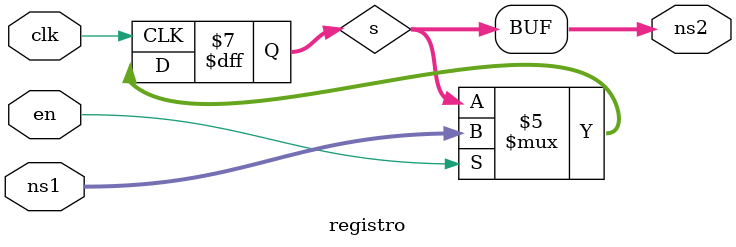
<source format=v>
module registro(output [N-1:0]ns2, input [N-1:0]ns1, input en, input clk);

parameter N = 8;
reg [N-1:0]s;

initial 
s = 2'b00;

always @(posedge clk)
	begin
	if(en == 1)
	s = ns1;
	end

assign ns2 = s;
endmodule

</source>
